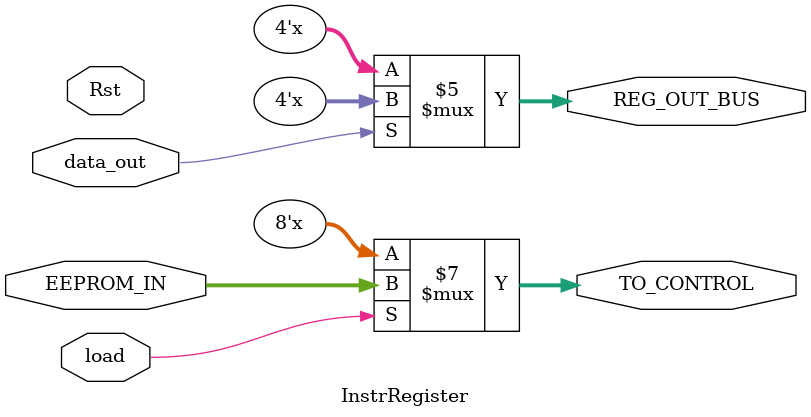
<source format=v>
/*

load is strobe for eeprom into register
data_out is strobe for register into bus

*/

module InstrRegister( Rst, EEPROM_IN, REG_OUT_BUS, TO_CONTROL, load, data_out);
  
  input Rst, load, data_out;
  input [7:0] EEPROM_IN;
  output reg [3:0] REG_OUT_BUS;
  output reg [7:0] TO_CONTROL;
  
always@(*)begin
  if(load==1)
      TO_CONTROL <= EEPROM_IN;
  
  if(data_out==1)
    REG_OUT_BUS <= TO_CONTROL[3:0];
  else
    REG_OUT_BUS <= 4'bzzzz;


  
  
end  
  
  
endmodule
</source>
